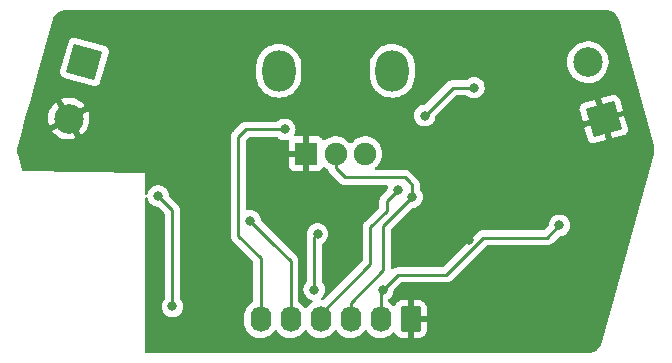
<source format=gbr>
%TF.GenerationSoftware,KiCad,Pcbnew,6.0.11-2627ca5db0~126~ubuntu22.04.1*%
%TF.CreationDate,2024-08-23T15:04:18+02:00*%
%TF.ProjectId,PowerMeTer,506f7765-724d-4655-9465-722e6b696361,rev?*%
%TF.SameCoordinates,Original*%
%TF.FileFunction,Copper,L2,Bot*%
%TF.FilePolarity,Positive*%
%FSLAX46Y46*%
G04 Gerber Fmt 4.6, Leading zero omitted, Abs format (unit mm)*
G04 Created by KiCad (PCBNEW 6.0.11-2627ca5db0~126~ubuntu22.04.1) date 2024-08-23 15:04:18*
%MOMM*%
%LPD*%
G01*
G04 APERTURE LIST*
G04 Aperture macros list*
%AMRoundRect*
0 Rectangle with rounded corners*
0 $1 Rounding radius*
0 $2 $3 $4 $5 $6 $7 $8 $9 X,Y pos of 4 corners*
0 Add a 4 corners polygon primitive as box body*
4,1,4,$2,$3,$4,$5,$6,$7,$8,$9,$2,$3,0*
0 Add four circle primitives for the rounded corners*
1,1,$1+$1,$2,$3*
1,1,$1+$1,$4,$5*
1,1,$1+$1,$6,$7*
1,1,$1+$1,$8,$9*
0 Add four rect primitives between the rounded corners*
20,1,$1+$1,$2,$3,$4,$5,0*
20,1,$1+$1,$4,$5,$6,$7,0*
20,1,$1+$1,$6,$7,$8,$9,0*
20,1,$1+$1,$8,$9,$2,$3,0*%
%AMRotRect*
0 Rectangle, with rotation*
0 The origin of the aperture is its center*
0 $1 length*
0 $2 width*
0 $3 Rotation angle, in degrees counterclockwise*
0 Add horizontal line*
21,1,$1,$2,0,0,$3*%
G04 Aperture macros list end*
%TA.AperFunction,ComponentPad*%
%ADD10RotRect,2.500000X2.500000X105.500000*%
%TD*%
%TA.AperFunction,ComponentPad*%
%ADD11C,2.500000*%
%TD*%
%TA.AperFunction,ComponentPad*%
%ADD12RoundRect,0.250000X0.620000X0.845000X-0.620000X0.845000X-0.620000X-0.845000X0.620000X-0.845000X0*%
%TD*%
%TA.AperFunction,ComponentPad*%
%ADD13O,1.740000X2.190000*%
%TD*%
%TA.AperFunction,ComponentPad*%
%ADD14O,2.800000X3.500000*%
%TD*%
%TA.AperFunction,ComponentPad*%
%ADD15R,1.900000X1.900000*%
%TD*%
%TA.AperFunction,ComponentPad*%
%ADD16C,1.900000*%
%TD*%
%TA.AperFunction,ComponentPad*%
%ADD17RotRect,2.500000X2.500000X254.500000*%
%TD*%
%TA.AperFunction,ViaPad*%
%ADD18C,0.800000*%
%TD*%
%TA.AperFunction,Conductor*%
%ADD19C,0.250000*%
%TD*%
G04 APERTURE END LIST*
D10*
%TO.P,J2,1,Pin_1*%
%TO.N,GND*%
X122697185Y-46500000D03*
D11*
%TO.P,J2,2,Pin_2*%
%TO.N,Net-(J2-Pad2)*%
X121360993Y-41681848D03*
%TD*%
D12*
%TO.P,J3,1,Pin_1*%
%TO.N,GND*%
X106350000Y-63430000D03*
D13*
%TO.P,J3,2,Pin_2*%
%TO.N,VCC*%
X103810000Y-63430000D03*
%TO.P,J3,3,Pin_3*%
%TO.N,CurrentControl*%
X101270000Y-63430000D03*
%TO.P,J3,4,Pin_4*%
%TO.N,CellCurrent*%
X98730000Y-63430000D03*
%TO.P,J3,5,Pin_5*%
%TO.N,CellVoltage*%
X96190000Y-63430000D03*
%TO.P,J3,6,Pin_6*%
%TO.N,ShuntCurrent*%
X93650000Y-63430000D03*
%TD*%
D14*
%TO.P,RV1,*%
%TO.N,*%
X104800000Y-42418000D03*
X95200000Y-42418000D03*
D15*
%TO.P,RV1,1,1*%
%TO.N,GND*%
X97500000Y-49418000D03*
D16*
%TO.P,RV1,2,2*%
%TO.N,CurrentControl*%
X100000000Y-49418000D03*
%TO.P,RV1,3,3*%
%TO.N,Net-(R13-Pad1)*%
X102500000Y-49418000D03*
%TD*%
D17*
%TO.P,J1,1,Pin_1*%
%TO.N,Net-(J1-Pad1)*%
X78740000Y-41640000D03*
D11*
%TO.P,J1,2,Pin_2*%
%TO.N,GND*%
X77403808Y-46458152D03*
%TD*%
D18*
%TO.N,GND*%
X103180000Y-53600000D03*
X111300000Y-56700000D03*
X112950000Y-48124500D03*
X90350000Y-47240000D03*
X100050000Y-45150000D03*
%TO.N,ShuntCurrent*%
X95700000Y-47371000D03*
X107550000Y-46200000D03*
X111715000Y-43845000D03*
%TO.N,CellCurrent*%
X105300000Y-52500000D03*
%TO.N,CellVoltage*%
X92792000Y-55118000D03*
%TO.N,VCC*%
X98200000Y-60930000D03*
X104010000Y-60960000D03*
X118950000Y-55500000D03*
X98480000Y-56220000D03*
%TO.N,CurrentControl*%
X106500000Y-53100000D03*
%TO.N,Net-(Q1-Pad3)*%
X84980000Y-53000000D03*
X86188000Y-62357000D03*
%TD*%
D19*
%TO.N,ShuntCurrent*%
X111715000Y-43845000D02*
X109905000Y-43845000D01*
X93650000Y-58250000D02*
X91776000Y-56376000D01*
X91776000Y-56376000D02*
X91776000Y-48006000D01*
X91776000Y-48006000D02*
X92411000Y-47371000D01*
X109905000Y-43845000D02*
X107550000Y-46200000D01*
X93650000Y-63430000D02*
X93650000Y-58250000D01*
X92411000Y-47371000D02*
X95700000Y-47371000D01*
%TO.N,CellCurrent*%
X102952000Y-58748000D02*
X102952000Y-55626000D01*
X104339000Y-54239000D02*
X104339000Y-53461000D01*
X102952000Y-55626000D02*
X104339000Y-54239000D01*
X98730000Y-63430000D02*
X98730000Y-62970000D01*
X104339000Y-53461000D02*
X105300000Y-52500000D01*
X98730000Y-62970000D02*
X102952000Y-58748000D01*
%TO.N,CellVoltage*%
X96190000Y-58516000D02*
X94662000Y-56988000D01*
X94662000Y-56988000D02*
X92792000Y-55118000D01*
X96190000Y-63430000D02*
X96190000Y-58516000D01*
%TO.N,VCC*%
X109429000Y-59690000D02*
X109040000Y-59690000D01*
X112500000Y-56550000D02*
X117900000Y-56550000D01*
X105280000Y-59690000D02*
X104010000Y-60960000D01*
X109360000Y-59690000D02*
X112500000Y-56550000D01*
X103810000Y-63430000D02*
X103810000Y-61160000D01*
X109040000Y-59690000D02*
X109360000Y-59690000D01*
X98200000Y-56500000D02*
X98200000Y-60930000D01*
X103810000Y-61160000D02*
X104010000Y-60960000D01*
X117900000Y-56550000D02*
X118950000Y-55500000D01*
X98480000Y-56220000D02*
X98200000Y-56500000D01*
X109040000Y-59690000D02*
X105280000Y-59690000D01*
%TO.N,CurrentControl*%
X106500000Y-53100000D02*
X106500000Y-52062000D01*
X104050000Y-59050000D02*
X104050000Y-56350000D01*
X104050000Y-55550000D02*
X106500000Y-53100000D01*
X100000000Y-49418000D02*
X100000000Y-50650000D01*
X100000000Y-50650000D02*
X100785000Y-51435000D01*
X104050000Y-56350000D02*
X104050000Y-55550000D01*
X106194000Y-51756000D02*
X105873000Y-51435000D01*
X101270000Y-62080000D02*
X104050000Y-59300000D01*
X105873000Y-51435000D02*
X100785000Y-51435000D01*
X104050000Y-59300000D02*
X104050000Y-59050000D01*
X106500000Y-52062000D02*
X106194000Y-51756000D01*
X101270000Y-63430000D02*
X101270000Y-62080000D01*
%TO.N,Net-(Q1-Pad3)*%
X86188000Y-62357000D02*
X86188000Y-54208000D01*
X86188000Y-54208000D02*
X84980000Y-53000000D01*
%TD*%
%TA.AperFunction,Conductor*%
%TO.N,GND*%
G36*
X123042580Y-37290461D02*
G01*
X123082813Y-37297057D01*
X123588030Y-37467292D01*
X123646197Y-37507999D01*
X123652024Y-37515897D01*
X123740245Y-37645773D01*
X123951675Y-37957031D01*
X123968806Y-37993953D01*
X126622507Y-47502353D01*
X126987947Y-48811750D01*
X126992585Y-48845621D01*
X126992585Y-49389175D01*
X126987950Y-49423033D01*
X123381365Y-62350435D01*
X122477575Y-65589971D01*
X122460412Y-65626949D01*
X122177074Y-66043742D01*
X122160309Y-66068403D01*
X122105470Y-66113494D01*
X122096216Y-66117011D01*
X121790035Y-66219805D01*
X121589834Y-66287018D01*
X121549732Y-66293570D01*
X100071072Y-66293570D01*
X84005435Y-66293463D01*
X83937315Y-66273461D01*
X83890822Y-66219805D01*
X83879437Y-66167875D01*
X83875737Y-65036248D01*
X83860287Y-60311787D01*
X83837072Y-53212556D01*
X83856851Y-53144370D01*
X83910354Y-53097702D01*
X83980595Y-53087369D01*
X84045272Y-53116650D01*
X84083850Y-53176251D01*
X84085844Y-53184084D01*
X84086458Y-53189928D01*
X84145473Y-53371556D01*
X84240960Y-53536944D01*
X84368747Y-53678866D01*
X84430048Y-53723404D01*
X84506385Y-53778866D01*
X84523248Y-53791118D01*
X84529276Y-53793802D01*
X84529278Y-53793803D01*
X84666040Y-53854693D01*
X84697712Y-53868794D01*
X84784479Y-53887237D01*
X84878056Y-53907128D01*
X84878061Y-53907128D01*
X84884513Y-53908500D01*
X84940405Y-53908500D01*
X85008526Y-53928502D01*
X85029501Y-53945405D01*
X85517596Y-54433501D01*
X85551621Y-54495813D01*
X85554500Y-54522596D01*
X85554500Y-61654476D01*
X85534498Y-61722597D01*
X85522142Y-61738779D01*
X85448960Y-61820056D01*
X85407979Y-61891037D01*
X85360005Y-61974131D01*
X85353473Y-61985444D01*
X85294458Y-62167072D01*
X85293768Y-62173633D01*
X85293768Y-62173635D01*
X85284567Y-62261183D01*
X85274496Y-62357000D01*
X85275186Y-62363565D01*
X85293510Y-62537905D01*
X85294458Y-62546928D01*
X85353473Y-62728556D01*
X85356776Y-62734278D01*
X85356777Y-62734279D01*
X85390686Y-62793010D01*
X85448960Y-62893944D01*
X85576747Y-63035866D01*
X85731248Y-63148118D01*
X85737276Y-63150802D01*
X85737278Y-63150803D01*
X85790119Y-63174329D01*
X85905712Y-63225794D01*
X85999113Y-63245647D01*
X86086056Y-63264128D01*
X86086061Y-63264128D01*
X86092513Y-63265500D01*
X86283487Y-63265500D01*
X86289939Y-63264128D01*
X86289944Y-63264128D01*
X86376887Y-63245647D01*
X86470288Y-63225794D01*
X86585881Y-63174329D01*
X86638722Y-63150803D01*
X86638724Y-63150802D01*
X86644752Y-63148118D01*
X86799253Y-63035866D01*
X86927040Y-62893944D01*
X86985314Y-62793010D01*
X87019223Y-62734279D01*
X87019224Y-62734278D01*
X87022527Y-62728556D01*
X87081542Y-62546928D01*
X87082491Y-62537905D01*
X87100814Y-62363565D01*
X87101504Y-62357000D01*
X87091433Y-62261183D01*
X87082232Y-62173635D01*
X87082232Y-62173633D01*
X87081542Y-62167072D01*
X87022527Y-61985444D01*
X87015996Y-61974131D01*
X86968021Y-61891037D01*
X86927040Y-61820056D01*
X86853863Y-61738785D01*
X86823147Y-61674779D01*
X86821500Y-61654476D01*
X86821500Y-54286767D01*
X86822027Y-54275584D01*
X86823702Y-54268091D01*
X86823109Y-54249206D01*
X86821562Y-54200014D01*
X86821500Y-54196055D01*
X86821500Y-54168144D01*
X86820995Y-54164144D01*
X86820062Y-54152301D01*
X86818922Y-54116030D01*
X86818673Y-54108111D01*
X86813021Y-54088657D01*
X86809013Y-54069300D01*
X86807468Y-54057070D01*
X86807468Y-54057069D01*
X86806474Y-54049203D01*
X86803555Y-54041830D01*
X86790196Y-54008088D01*
X86786351Y-53996858D01*
X86776229Y-53962017D01*
X86776229Y-53962016D01*
X86774018Y-53954407D01*
X86769985Y-53947588D01*
X86769983Y-53947583D01*
X86763707Y-53936972D01*
X86755012Y-53919224D01*
X86747552Y-53900383D01*
X86742772Y-53893803D01*
X86721564Y-53864613D01*
X86715048Y-53854693D01*
X86696580Y-53823465D01*
X86696578Y-53823462D01*
X86692542Y-53816638D01*
X86678221Y-53802317D01*
X86665380Y-53787283D01*
X86662086Y-53782749D01*
X86653472Y-53770893D01*
X86619395Y-53742702D01*
X86610616Y-53734712D01*
X85927122Y-53051218D01*
X85893096Y-52988906D01*
X85890907Y-52975293D01*
X85889678Y-52963593D01*
X85879869Y-52870271D01*
X85874232Y-52816635D01*
X85874232Y-52816633D01*
X85873542Y-52810072D01*
X85814527Y-52628444D01*
X85719040Y-52463056D01*
X85703541Y-52445842D01*
X85595675Y-52326045D01*
X85595674Y-52326044D01*
X85591253Y-52321134D01*
X85436752Y-52208882D01*
X85430724Y-52206198D01*
X85430722Y-52206197D01*
X85268319Y-52133891D01*
X85268318Y-52133891D01*
X85262288Y-52131206D01*
X85168887Y-52111353D01*
X85081944Y-52092872D01*
X85081939Y-52092872D01*
X85075487Y-52091500D01*
X84884513Y-52091500D01*
X84878061Y-52092872D01*
X84878056Y-52092872D01*
X84791112Y-52111353D01*
X84697712Y-52131206D01*
X84691682Y-52133891D01*
X84691681Y-52133891D01*
X84529278Y-52206197D01*
X84529276Y-52206198D01*
X84523248Y-52208882D01*
X84368747Y-52321134D01*
X84364326Y-52326044D01*
X84364325Y-52326045D01*
X84256460Y-52445842D01*
X84240960Y-52463056D01*
X84145473Y-52628444D01*
X84086458Y-52810072D01*
X84085768Y-52816635D01*
X84084950Y-52820485D01*
X84051221Y-52882957D01*
X83989070Y-52917277D01*
X83918231Y-52912548D01*
X83861195Y-52870271D01*
X83836069Y-52803869D01*
X83835705Y-52794697D01*
X83834967Y-52568774D01*
X83830000Y-51050000D01*
X83817026Y-51049809D01*
X83817024Y-51049809D01*
X73580823Y-50899415D01*
X73513003Y-50878415D01*
X73467304Y-50824082D01*
X73461309Y-50807288D01*
X73075081Y-49422888D01*
X73070446Y-49389029D01*
X73070446Y-48845428D01*
X73075078Y-48811577D01*
X73430447Y-47537456D01*
X76020226Y-47537456D01*
X76025044Y-47550104D01*
X76070515Y-47610998D01*
X76076620Y-47618022D01*
X76255561Y-47795407D01*
X76262645Y-47801457D01*
X76465826Y-47950436D01*
X76473736Y-47955379D01*
X76696698Y-48072685D01*
X76705261Y-48076408D01*
X76943112Y-48159470D01*
X76952121Y-48161884D01*
X77199650Y-48208879D01*
X77208906Y-48209933D01*
X77460665Y-48219825D01*
X77469979Y-48219499D01*
X77720423Y-48192072D01*
X77729600Y-48190371D01*
X77973244Y-48126224D01*
X77982057Y-48123190D01*
X78023292Y-48105473D01*
X78034698Y-48096033D01*
X78031549Y-48083496D01*
X77976356Y-47985943D01*
X91137780Y-47985943D01*
X91138526Y-47993835D01*
X91141941Y-48029961D01*
X91142500Y-48041819D01*
X91142500Y-56297233D01*
X91141973Y-56308416D01*
X91140298Y-56315909D01*
X91140547Y-56323835D01*
X91140547Y-56323836D01*
X91142438Y-56383986D01*
X91142500Y-56387945D01*
X91142500Y-56415856D01*
X91142997Y-56419790D01*
X91142997Y-56419791D01*
X91143005Y-56419856D01*
X91143938Y-56431693D01*
X91145327Y-56475889D01*
X91148798Y-56487835D01*
X91150978Y-56495339D01*
X91154987Y-56514700D01*
X91157526Y-56534797D01*
X91160445Y-56542168D01*
X91160445Y-56542170D01*
X91173804Y-56575912D01*
X91177649Y-56587142D01*
X91180594Y-56597279D01*
X91189982Y-56629593D01*
X91194015Y-56636412D01*
X91194017Y-56636417D01*
X91200293Y-56647028D01*
X91208988Y-56664776D01*
X91216448Y-56683617D01*
X91221110Y-56690033D01*
X91221110Y-56690034D01*
X91242436Y-56719387D01*
X91248952Y-56729307D01*
X91265297Y-56756944D01*
X91271458Y-56767362D01*
X91285779Y-56781683D01*
X91298619Y-56796716D01*
X91310528Y-56813107D01*
X91316634Y-56818158D01*
X91344605Y-56841298D01*
X91353384Y-56849288D01*
X92979595Y-58475499D01*
X93013621Y-58537811D01*
X93016500Y-58564594D01*
X93016500Y-61906010D01*
X92996498Y-61974131D01*
X92955865Y-62013729D01*
X92839420Y-62084389D01*
X92839416Y-62084392D01*
X92834856Y-62087159D01*
X92658166Y-62240483D01*
X92509835Y-62421386D01*
X92394104Y-62624695D01*
X92314284Y-62844596D01*
X92272656Y-63074803D01*
X92271500Y-63099316D01*
X92271500Y-63713738D01*
X92286295Y-63888102D01*
X92345067Y-64114540D01*
X92347259Y-64119406D01*
X92347260Y-64119409D01*
X92413864Y-64267264D01*
X92441150Y-64327837D01*
X92444134Y-64332270D01*
X92444135Y-64332271D01*
X92457537Y-64352178D01*
X92571798Y-64521896D01*
X92733276Y-64691168D01*
X92920965Y-64830813D01*
X92925716Y-64833229D01*
X92925720Y-64833231D01*
X93040197Y-64891434D01*
X93129500Y-64936838D01*
X93352917Y-65006210D01*
X93358204Y-65006911D01*
X93358205Y-65006911D01*
X93579545Y-65036248D01*
X93579549Y-65036248D01*
X93584829Y-65036948D01*
X93590158Y-65036748D01*
X93590160Y-65036748D01*
X93701717Y-65032560D01*
X93818604Y-65028172D01*
X93930813Y-65004628D01*
X94042332Y-64981229D01*
X94042335Y-64981228D01*
X94047559Y-64980132D01*
X94265146Y-64894203D01*
X94374860Y-64827627D01*
X94460583Y-64775609D01*
X94460586Y-64775607D01*
X94465144Y-64772841D01*
X94641834Y-64619517D01*
X94790165Y-64438614D01*
X94792801Y-64433984D01*
X94792804Y-64433979D01*
X94811301Y-64401484D01*
X94862384Y-64352178D01*
X94932015Y-64338317D01*
X94998085Y-64364301D01*
X95025323Y-64393450D01*
X95052049Y-64433148D01*
X95111798Y-64521896D01*
X95273276Y-64691168D01*
X95460965Y-64830813D01*
X95465716Y-64833229D01*
X95465720Y-64833231D01*
X95580197Y-64891434D01*
X95669500Y-64936838D01*
X95892917Y-65006210D01*
X95898204Y-65006911D01*
X95898205Y-65006911D01*
X96119545Y-65036248D01*
X96119549Y-65036248D01*
X96124829Y-65036948D01*
X96130158Y-65036748D01*
X96130160Y-65036748D01*
X96241717Y-65032560D01*
X96358604Y-65028172D01*
X96470813Y-65004628D01*
X96582332Y-64981229D01*
X96582335Y-64981228D01*
X96587559Y-64980132D01*
X96805146Y-64894203D01*
X96914860Y-64827627D01*
X97000583Y-64775609D01*
X97000586Y-64775607D01*
X97005144Y-64772841D01*
X97181834Y-64619517D01*
X97330165Y-64438614D01*
X97332801Y-64433984D01*
X97332804Y-64433979D01*
X97351301Y-64401484D01*
X97402384Y-64352178D01*
X97472015Y-64338317D01*
X97538085Y-64364301D01*
X97565323Y-64393450D01*
X97592049Y-64433148D01*
X97651798Y-64521896D01*
X97813276Y-64691168D01*
X98000965Y-64830813D01*
X98005716Y-64833229D01*
X98005720Y-64833231D01*
X98120197Y-64891434D01*
X98209500Y-64936838D01*
X98432917Y-65006210D01*
X98438204Y-65006911D01*
X98438205Y-65006911D01*
X98659545Y-65036248D01*
X98659549Y-65036248D01*
X98664829Y-65036948D01*
X98670158Y-65036748D01*
X98670160Y-65036748D01*
X98781717Y-65032560D01*
X98898604Y-65028172D01*
X99010813Y-65004628D01*
X99122332Y-64981229D01*
X99122335Y-64981228D01*
X99127559Y-64980132D01*
X99345146Y-64894203D01*
X99454860Y-64827627D01*
X99540583Y-64775609D01*
X99540586Y-64775607D01*
X99545144Y-64772841D01*
X99721834Y-64619517D01*
X99870165Y-64438614D01*
X99872801Y-64433984D01*
X99872804Y-64433979D01*
X99891301Y-64401484D01*
X99942384Y-64352178D01*
X100012015Y-64338317D01*
X100078085Y-64364301D01*
X100105323Y-64393450D01*
X100132049Y-64433148D01*
X100191798Y-64521896D01*
X100353276Y-64691168D01*
X100540965Y-64830813D01*
X100545716Y-64833229D01*
X100545720Y-64833231D01*
X100660197Y-64891434D01*
X100749500Y-64936838D01*
X100972917Y-65006210D01*
X100978204Y-65006911D01*
X100978205Y-65006911D01*
X101199545Y-65036248D01*
X101199549Y-65036248D01*
X101204829Y-65036948D01*
X101210158Y-65036748D01*
X101210160Y-65036748D01*
X101321717Y-65032560D01*
X101438604Y-65028172D01*
X101550813Y-65004628D01*
X101662332Y-64981229D01*
X101662335Y-64981228D01*
X101667559Y-64980132D01*
X101885146Y-64894203D01*
X101994860Y-64827627D01*
X102080583Y-64775609D01*
X102080586Y-64775607D01*
X102085144Y-64772841D01*
X102261834Y-64619517D01*
X102410165Y-64438614D01*
X102412801Y-64433984D01*
X102412804Y-64433979D01*
X102431301Y-64401484D01*
X102482384Y-64352178D01*
X102552015Y-64338317D01*
X102618085Y-64364301D01*
X102645323Y-64393450D01*
X102672049Y-64433148D01*
X102731798Y-64521896D01*
X102893276Y-64691168D01*
X103080965Y-64830813D01*
X103085716Y-64833229D01*
X103085720Y-64833231D01*
X103200197Y-64891434D01*
X103289500Y-64936838D01*
X103512917Y-65006210D01*
X103518204Y-65006911D01*
X103518205Y-65006911D01*
X103739545Y-65036248D01*
X103739549Y-65036248D01*
X103744829Y-65036948D01*
X103750158Y-65036748D01*
X103750160Y-65036748D01*
X103861717Y-65032560D01*
X103978604Y-65028172D01*
X104090813Y-65004628D01*
X104202332Y-64981229D01*
X104202335Y-64981228D01*
X104207559Y-64980132D01*
X104425146Y-64894203D01*
X104534860Y-64827627D01*
X104620583Y-64775609D01*
X104620586Y-64775607D01*
X104625144Y-64772841D01*
X104801834Y-64619517D01*
X104832761Y-64581799D01*
X104891421Y-64541804D01*
X104962391Y-64539873D01*
X105023139Y-64576617D01*
X105038220Y-64599157D01*
X105038906Y-64598732D01*
X105128063Y-64742807D01*
X105137099Y-64754208D01*
X105251829Y-64868739D01*
X105263240Y-64877751D01*
X105401243Y-64962816D01*
X105414424Y-64968963D01*
X105568710Y-65020138D01*
X105582086Y-65023005D01*
X105676438Y-65032672D01*
X105682854Y-65033000D01*
X106077885Y-65033000D01*
X106093124Y-65028525D01*
X106094329Y-65027135D01*
X106096000Y-65019452D01*
X106096000Y-65014884D01*
X106604000Y-65014884D01*
X106608475Y-65030123D01*
X106609865Y-65031328D01*
X106617548Y-65032999D01*
X107017095Y-65032999D01*
X107023614Y-65032662D01*
X107119206Y-65022743D01*
X107132600Y-65019851D01*
X107286784Y-64968412D01*
X107299962Y-64962239D01*
X107437807Y-64876937D01*
X107449208Y-64867901D01*
X107563739Y-64753171D01*
X107572751Y-64741760D01*
X107657816Y-64603757D01*
X107663963Y-64590576D01*
X107715138Y-64436290D01*
X107718005Y-64422914D01*
X107727672Y-64328562D01*
X107728000Y-64322146D01*
X107728000Y-63702115D01*
X107723525Y-63686876D01*
X107722135Y-63685671D01*
X107714452Y-63684000D01*
X106622115Y-63684000D01*
X106606876Y-63688475D01*
X106605671Y-63689865D01*
X106604000Y-63697548D01*
X106604000Y-65014884D01*
X106096000Y-65014884D01*
X106096000Y-63157885D01*
X106604000Y-63157885D01*
X106608475Y-63173124D01*
X106609865Y-63174329D01*
X106617548Y-63176000D01*
X107709884Y-63176000D01*
X107725123Y-63171525D01*
X107726328Y-63170135D01*
X107727999Y-63162452D01*
X107727999Y-62537905D01*
X107727662Y-62531386D01*
X107717743Y-62435794D01*
X107714851Y-62422400D01*
X107663412Y-62268216D01*
X107657239Y-62255038D01*
X107571937Y-62117193D01*
X107562901Y-62105792D01*
X107448171Y-61991261D01*
X107436760Y-61982249D01*
X107298757Y-61897184D01*
X107285576Y-61891037D01*
X107131290Y-61839862D01*
X107117914Y-61836995D01*
X107023562Y-61827328D01*
X107017145Y-61827000D01*
X106622115Y-61827000D01*
X106606876Y-61831475D01*
X106605671Y-61832865D01*
X106604000Y-61840548D01*
X106604000Y-63157885D01*
X106096000Y-63157885D01*
X106096000Y-61845116D01*
X106091525Y-61829877D01*
X106090135Y-61828672D01*
X106082452Y-61827001D01*
X105682905Y-61827001D01*
X105676386Y-61827338D01*
X105580794Y-61837257D01*
X105567400Y-61840149D01*
X105413216Y-61891588D01*
X105400038Y-61897761D01*
X105262193Y-61983063D01*
X105250792Y-61992099D01*
X105136261Y-62106829D01*
X105127249Y-62118240D01*
X105038342Y-62262475D01*
X105036245Y-62261183D01*
X104997044Y-62305692D01*
X104928764Y-62325144D01*
X104860807Y-62304593D01*
X104838614Y-62286122D01*
X104726724Y-62168832D01*
X104657319Y-62117193D01*
X104543323Y-62032377D01*
X104543320Y-62032375D01*
X104539035Y-62029187D01*
X104512392Y-62015641D01*
X104460736Y-61966938D01*
X104443500Y-61903326D01*
X104443500Y-61832212D01*
X104463502Y-61764091D01*
X104495439Y-61730276D01*
X104572752Y-61674104D01*
X104621253Y-61638866D01*
X104749040Y-61496944D01*
X104844527Y-61331556D01*
X104903542Y-61149928D01*
X104920907Y-60984706D01*
X104947920Y-60919050D01*
X104957122Y-60908782D01*
X105505499Y-60360405D01*
X105567811Y-60326379D01*
X105594594Y-60323500D01*
X109281233Y-60323500D01*
X109292416Y-60324027D01*
X109299909Y-60325702D01*
X109307835Y-60325453D01*
X109307836Y-60325453D01*
X109367986Y-60323562D01*
X109371945Y-60323500D01*
X109468856Y-60323500D01*
X109525568Y-60316335D01*
X109579932Y-60309468D01*
X109579935Y-60309467D01*
X109587797Y-60308474D01*
X109736617Y-60249552D01*
X109866107Y-60155472D01*
X109968133Y-60032144D01*
X110007098Y-59949340D01*
X110032010Y-59913894D01*
X112725499Y-57220405D01*
X112787811Y-57186379D01*
X112814594Y-57183500D01*
X117821233Y-57183500D01*
X117832416Y-57184027D01*
X117839909Y-57185702D01*
X117847835Y-57185453D01*
X117847836Y-57185453D01*
X117907986Y-57183562D01*
X117911945Y-57183500D01*
X117939856Y-57183500D01*
X117943791Y-57183003D01*
X117943856Y-57182995D01*
X117955693Y-57182062D01*
X117987951Y-57181048D01*
X117991970Y-57180922D01*
X117999889Y-57180673D01*
X118019343Y-57175021D01*
X118038700Y-57171013D01*
X118050930Y-57169468D01*
X118050931Y-57169468D01*
X118058797Y-57168474D01*
X118066168Y-57165555D01*
X118066170Y-57165555D01*
X118099912Y-57152196D01*
X118111142Y-57148351D01*
X118145983Y-57138229D01*
X118145984Y-57138229D01*
X118153593Y-57136018D01*
X118160412Y-57131985D01*
X118160417Y-57131983D01*
X118171028Y-57125707D01*
X118188776Y-57117012D01*
X118207617Y-57109552D01*
X118243387Y-57083564D01*
X118253307Y-57077048D01*
X118284535Y-57058580D01*
X118284538Y-57058578D01*
X118291362Y-57054542D01*
X118305683Y-57040221D01*
X118320717Y-57027380D01*
X118330694Y-57020131D01*
X118337107Y-57015472D01*
X118365298Y-56981395D01*
X118373288Y-56972616D01*
X118900499Y-56445405D01*
X118962811Y-56411379D01*
X118989594Y-56408500D01*
X119045487Y-56408500D01*
X119051939Y-56407128D01*
X119051944Y-56407128D01*
X119151538Y-56385958D01*
X119232288Y-56368794D01*
X119238319Y-56366109D01*
X119400722Y-56293803D01*
X119400724Y-56293802D01*
X119406752Y-56291118D01*
X119561253Y-56178866D01*
X119638414Y-56093170D01*
X119684621Y-56041852D01*
X119684622Y-56041851D01*
X119689040Y-56036944D01*
X119784527Y-55871556D01*
X119843542Y-55689928D01*
X119846497Y-55661819D01*
X119862814Y-55506565D01*
X119863504Y-55500000D01*
X119852848Y-55398616D01*
X119844232Y-55316635D01*
X119844232Y-55316633D01*
X119843542Y-55310072D01*
X119784527Y-55128444D01*
X119781008Y-55122348D01*
X119692341Y-54968774D01*
X119689040Y-54963056D01*
X119561253Y-54821134D01*
X119458451Y-54746444D01*
X119412094Y-54712763D01*
X119412093Y-54712762D01*
X119406752Y-54708882D01*
X119400724Y-54706198D01*
X119400722Y-54706197D01*
X119238319Y-54633891D01*
X119238318Y-54633891D01*
X119232288Y-54631206D01*
X119138888Y-54611353D01*
X119051944Y-54592872D01*
X119051939Y-54592872D01*
X119045487Y-54591500D01*
X118854513Y-54591500D01*
X118848061Y-54592872D01*
X118848056Y-54592872D01*
X118761113Y-54611353D01*
X118667712Y-54631206D01*
X118661682Y-54633891D01*
X118661681Y-54633891D01*
X118499278Y-54706197D01*
X118499276Y-54706198D01*
X118493248Y-54708882D01*
X118487907Y-54712762D01*
X118487906Y-54712763D01*
X118441549Y-54746444D01*
X118338747Y-54821134D01*
X118210960Y-54963056D01*
X118207659Y-54968774D01*
X118118993Y-55122348D01*
X118115473Y-55128444D01*
X118056458Y-55310072D01*
X118055768Y-55316633D01*
X118055768Y-55316635D01*
X118039093Y-55475292D01*
X118012080Y-55540949D01*
X118002878Y-55551217D01*
X117674500Y-55879595D01*
X117612188Y-55913621D01*
X117585405Y-55916500D01*
X112578768Y-55916500D01*
X112567585Y-55915973D01*
X112560092Y-55914298D01*
X112552166Y-55914547D01*
X112552165Y-55914547D01*
X112492002Y-55916438D01*
X112488044Y-55916500D01*
X112460144Y-55916500D01*
X112456154Y-55917004D01*
X112444320Y-55917936D01*
X112400111Y-55919326D01*
X112392495Y-55921539D01*
X112392493Y-55921539D01*
X112380652Y-55924979D01*
X112361293Y-55928988D01*
X112359983Y-55929154D01*
X112341203Y-55931526D01*
X112333837Y-55934442D01*
X112333831Y-55934444D01*
X112300098Y-55947800D01*
X112288868Y-55951645D01*
X112254017Y-55961770D01*
X112246407Y-55963981D01*
X112239584Y-55968016D01*
X112228966Y-55974295D01*
X112211213Y-55982992D01*
X112203568Y-55986019D01*
X112192383Y-55990448D01*
X112185968Y-55995109D01*
X112156612Y-56016437D01*
X112146695Y-56022951D01*
X112108638Y-56045458D01*
X112094317Y-56059779D01*
X112079284Y-56072619D01*
X112062893Y-56084528D01*
X112057842Y-56090634D01*
X112034702Y-56118605D01*
X112026712Y-56127384D01*
X109134500Y-59019595D01*
X109072188Y-59053621D01*
X109045405Y-59056500D01*
X105358767Y-59056500D01*
X105347584Y-59055973D01*
X105340091Y-59054298D01*
X105332165Y-59054547D01*
X105332164Y-59054547D01*
X105272014Y-59056438D01*
X105268055Y-59056500D01*
X105240144Y-59056500D01*
X105236210Y-59056997D01*
X105236209Y-59056997D01*
X105236144Y-59057005D01*
X105224307Y-59057938D01*
X105192490Y-59058938D01*
X105188029Y-59059078D01*
X105180110Y-59059327D01*
X105162454Y-59064456D01*
X105160658Y-59064978D01*
X105141306Y-59068986D01*
X105134235Y-59069880D01*
X105121203Y-59071526D01*
X105113834Y-59074443D01*
X105113832Y-59074444D01*
X105080097Y-59087800D01*
X105068869Y-59091645D01*
X105026407Y-59103982D01*
X105019585Y-59108016D01*
X105019579Y-59108019D01*
X105008968Y-59114294D01*
X104991218Y-59122990D01*
X104979756Y-59127528D01*
X104979751Y-59127531D01*
X104972383Y-59130448D01*
X104965968Y-59135109D01*
X104936625Y-59156427D01*
X104926707Y-59162943D01*
X104895458Y-59181424D01*
X104888637Y-59185458D01*
X104885363Y-59188732D01*
X104820643Y-59214144D01*
X104751020Y-59200245D01*
X104699964Y-59150911D01*
X104683500Y-59088638D01*
X104683500Y-55864594D01*
X104703502Y-55796473D01*
X104720405Y-55775499D01*
X106450499Y-54045405D01*
X106512811Y-54011379D01*
X106539594Y-54008500D01*
X106595487Y-54008500D01*
X106601939Y-54007128D01*
X106601944Y-54007128D01*
X106688888Y-53988647D01*
X106782288Y-53968794D01*
X106788319Y-53966109D01*
X106950722Y-53893803D01*
X106950724Y-53893802D01*
X106956752Y-53891118D01*
X107111253Y-53778866D01*
X107147218Y-53738923D01*
X107234621Y-53641852D01*
X107234622Y-53641851D01*
X107239040Y-53636944D01*
X107334527Y-53471556D01*
X107393542Y-53289928D01*
X107394286Y-53282855D01*
X107412814Y-53106565D01*
X107413504Y-53100000D01*
X107393542Y-52910072D01*
X107334527Y-52728444D01*
X107239040Y-52563056D01*
X107165863Y-52481785D01*
X107135147Y-52417779D01*
X107133500Y-52397476D01*
X107133500Y-52140763D01*
X107134027Y-52129579D01*
X107135701Y-52122091D01*
X107133562Y-52054032D01*
X107133500Y-52050075D01*
X107133500Y-52022144D01*
X107132994Y-52018138D01*
X107132061Y-52006292D01*
X107131932Y-52002167D01*
X107130673Y-51962110D01*
X107125022Y-51942658D01*
X107121014Y-51923306D01*
X107119467Y-51911063D01*
X107118474Y-51903203D01*
X107113806Y-51891413D01*
X107102200Y-51862097D01*
X107098355Y-51850870D01*
X107093307Y-51833495D01*
X107086018Y-51808407D01*
X107081984Y-51801585D01*
X107081981Y-51801579D01*
X107075706Y-51790968D01*
X107067010Y-51773218D01*
X107062472Y-51761756D01*
X107062469Y-51761751D01*
X107059552Y-51754383D01*
X107033573Y-51718625D01*
X107027057Y-51708707D01*
X107008575Y-51677457D01*
X107004542Y-51670637D01*
X106990218Y-51656313D01*
X106977376Y-51641278D01*
X106965472Y-51624893D01*
X106931406Y-51596711D01*
X106922627Y-51588722D01*
X106376647Y-51042742D01*
X106369113Y-51034463D01*
X106365000Y-51027982D01*
X106315347Y-50981355D01*
X106312506Y-50978601D01*
X106292770Y-50958865D01*
X106289573Y-50956385D01*
X106280551Y-50948680D01*
X106270016Y-50938787D01*
X106248321Y-50918414D01*
X106241375Y-50914595D01*
X106241372Y-50914593D01*
X106230566Y-50908652D01*
X106214047Y-50897801D01*
X106211703Y-50895983D01*
X106198041Y-50885386D01*
X106190772Y-50882241D01*
X106190768Y-50882238D01*
X106157463Y-50867826D01*
X106146813Y-50862609D01*
X106108060Y-50841305D01*
X106088437Y-50836267D01*
X106069734Y-50829863D01*
X106058420Y-50824967D01*
X106058419Y-50824967D01*
X106051145Y-50821819D01*
X106043322Y-50820580D01*
X106043312Y-50820577D01*
X106007476Y-50814901D01*
X105995856Y-50812495D01*
X105960711Y-50803472D01*
X105960710Y-50803472D01*
X105953030Y-50801500D01*
X105932776Y-50801500D01*
X105913065Y-50799949D01*
X105900886Y-50798020D01*
X105893057Y-50796780D01*
X105885165Y-50797526D01*
X105849039Y-50800941D01*
X105837181Y-50801500D01*
X103465774Y-50801500D01*
X103397653Y-50781498D01*
X103351160Y-50727842D01*
X103341056Y-50657568D01*
X103370550Y-50592988D01*
X103392606Y-50572921D01*
X103423962Y-50550555D01*
X103444627Y-50535815D01*
X103614511Y-50366523D01*
X103754463Y-50171758D01*
X103860727Y-49956750D01*
X103930447Y-49727274D01*
X103961752Y-49489492D01*
X103962394Y-49463221D01*
X103963417Y-49421365D01*
X103963417Y-49421361D01*
X103963499Y-49418000D01*
X103957001Y-49338970D01*
X103944271Y-49184124D01*
X103944270Y-49184118D01*
X103943847Y-49178973D01*
X103885420Y-48946364D01*
X103883364Y-48941634D01*
X103883361Y-48941627D01*
X103791847Y-48731159D01*
X103791845Y-48731156D01*
X103789787Y-48726422D01*
X103764010Y-48686576D01*
X103662325Y-48529396D01*
X103662323Y-48529393D01*
X103659515Y-48525053D01*
X103637864Y-48501258D01*
X103501582Y-48351487D01*
X103501576Y-48351481D01*
X103498104Y-48347665D01*
X103494053Y-48344466D01*
X103494049Y-48344462D01*
X103313946Y-48202226D01*
X103309888Y-48199021D01*
X103099922Y-48083113D01*
X102966526Y-48035875D01*
X102878720Y-48004781D01*
X102878716Y-48004780D01*
X102873845Y-48003055D01*
X102868752Y-48002148D01*
X102868749Y-48002147D01*
X102642816Y-47961902D01*
X102642810Y-47961901D01*
X102637727Y-47960996D01*
X102550460Y-47959930D01*
X102403081Y-47958129D01*
X102403079Y-47958129D01*
X102397911Y-47958066D01*
X102160837Y-47994343D01*
X101932871Y-48068854D01*
X101928279Y-48071244D01*
X101928280Y-48071244D01*
X101758800Y-48159470D01*
X101720136Y-48179597D01*
X101716003Y-48182700D01*
X101716000Y-48182702D01*
X101559231Y-48300408D01*
X101528345Y-48323598D01*
X101362648Y-48496990D01*
X101354577Y-48508822D01*
X101299666Y-48553823D01*
X101229141Y-48561994D01*
X101165394Y-48530739D01*
X101157313Y-48522633D01*
X100998104Y-48347665D01*
X100994053Y-48344466D01*
X100994049Y-48344462D01*
X100813946Y-48202226D01*
X100809888Y-48199021D01*
X100599922Y-48083113D01*
X100466526Y-48035875D01*
X100378720Y-48004781D01*
X100378716Y-48004780D01*
X100373845Y-48003055D01*
X100368752Y-48002148D01*
X100368749Y-48002147D01*
X100142816Y-47961902D01*
X100142810Y-47961901D01*
X100137727Y-47960996D01*
X100050460Y-47959930D01*
X99903081Y-47958129D01*
X99903079Y-47958129D01*
X99897911Y-47958066D01*
X99660837Y-47994343D01*
X99432871Y-48068854D01*
X99428279Y-48071244D01*
X99428280Y-48071244D01*
X99258800Y-48159470D01*
X99220136Y-48179597D01*
X99216003Y-48182700D01*
X99216000Y-48182702D01*
X99092402Y-48275502D01*
X99025917Y-48300408D01*
X98956521Y-48285416D01*
X98906229Y-48235251D01*
X98894788Y-48214354D01*
X98818285Y-48112276D01*
X98805724Y-48099715D01*
X98703649Y-48023214D01*
X98688054Y-48014676D01*
X98567606Y-47969522D01*
X98552351Y-47965895D01*
X98501486Y-47960369D01*
X98494672Y-47960000D01*
X97772115Y-47960000D01*
X97756876Y-47964475D01*
X97755671Y-47965865D01*
X97754000Y-47973548D01*
X97754000Y-50857884D01*
X97758475Y-50873123D01*
X97759865Y-50874328D01*
X97767548Y-50875999D01*
X98494669Y-50875999D01*
X98501490Y-50875629D01*
X98552352Y-50870105D01*
X98567604Y-50866479D01*
X98688054Y-50821324D01*
X98703649Y-50812786D01*
X98805724Y-50736285D01*
X98818285Y-50723724D01*
X98894788Y-50621646D01*
X98906255Y-50600701D01*
X98956513Y-50550555D01*
X99025904Y-50535541D01*
X99097259Y-50564266D01*
X99160571Y-50616828D01*
X99313818Y-50706378D01*
X99319304Y-50709584D01*
X99368028Y-50761223D01*
X99377926Y-50793420D01*
X99378562Y-50793257D01*
X99380532Y-50800930D01*
X99381526Y-50808797D01*
X99384445Y-50816168D01*
X99384445Y-50816170D01*
X99397804Y-50849912D01*
X99401649Y-50861142D01*
X99410103Y-50890242D01*
X99413982Y-50903593D01*
X99418015Y-50910412D01*
X99418017Y-50910417D01*
X99424293Y-50921028D01*
X99432988Y-50938776D01*
X99440448Y-50957617D01*
X99445110Y-50964033D01*
X99445110Y-50964034D01*
X99466436Y-50993387D01*
X99472952Y-51003307D01*
X99491083Y-51033964D01*
X99495458Y-51041362D01*
X99509779Y-51055683D01*
X99522619Y-51070716D01*
X99534528Y-51087107D01*
X99540634Y-51092158D01*
X99568605Y-51115298D01*
X99577384Y-51123288D01*
X100281343Y-51827247D01*
X100288887Y-51835537D01*
X100293000Y-51842018D01*
X100298777Y-51847443D01*
X100342667Y-51888658D01*
X100345509Y-51891413D01*
X100365231Y-51911135D01*
X100368355Y-51913558D01*
X100368359Y-51913562D01*
X100368424Y-51913612D01*
X100377445Y-51921317D01*
X100409679Y-51951586D01*
X100416627Y-51955405D01*
X100416629Y-51955407D01*
X100427432Y-51961346D01*
X100443959Y-51972202D01*
X100453698Y-51979757D01*
X100453700Y-51979758D01*
X100459960Y-51984614D01*
X100500540Y-52002174D01*
X100511188Y-52007391D01*
X100538024Y-52022144D01*
X100549940Y-52028695D01*
X100557616Y-52030666D01*
X100557619Y-52030667D01*
X100569562Y-52033733D01*
X100588267Y-52040137D01*
X100606855Y-52048181D01*
X100614678Y-52049420D01*
X100614688Y-52049423D01*
X100650524Y-52055099D01*
X100662144Y-52057505D01*
X100697289Y-52066528D01*
X100704970Y-52068500D01*
X100725224Y-52068500D01*
X100744934Y-52070051D01*
X100764943Y-52073220D01*
X100772835Y-52072474D01*
X100808961Y-52069059D01*
X100820819Y-52068500D01*
X104311526Y-52068500D01*
X104379647Y-52088502D01*
X104426140Y-52142158D01*
X104436244Y-52212432D01*
X104431360Y-52233431D01*
X104406458Y-52310072D01*
X104405768Y-52316633D01*
X104405768Y-52316635D01*
X104389093Y-52475292D01*
X104362080Y-52540949D01*
X104352878Y-52551217D01*
X103946747Y-52957348D01*
X103938461Y-52964888D01*
X103931982Y-52969000D01*
X103926557Y-52974777D01*
X103885357Y-53018651D01*
X103882602Y-53021493D01*
X103862865Y-53041230D01*
X103860385Y-53044427D01*
X103852682Y-53053447D01*
X103822414Y-53085679D01*
X103818595Y-53092625D01*
X103818593Y-53092628D01*
X103812652Y-53103434D01*
X103801801Y-53119953D01*
X103789386Y-53135959D01*
X103786241Y-53143228D01*
X103786238Y-53143232D01*
X103771826Y-53176537D01*
X103766609Y-53187187D01*
X103745305Y-53225940D01*
X103743334Y-53233615D01*
X103743334Y-53233616D01*
X103740267Y-53245562D01*
X103733863Y-53264266D01*
X103725819Y-53282855D01*
X103724580Y-53290678D01*
X103724577Y-53290688D01*
X103718901Y-53326524D01*
X103716495Y-53338144D01*
X103705500Y-53380970D01*
X103705500Y-53401224D01*
X103703949Y-53420934D01*
X103700780Y-53440943D01*
X103701526Y-53448835D01*
X103704941Y-53484961D01*
X103705500Y-53496819D01*
X103705500Y-53924405D01*
X103685498Y-53992526D01*
X103668595Y-54013500D01*
X102559747Y-55122348D01*
X102551461Y-55129888D01*
X102544982Y-55134000D01*
X102539557Y-55139777D01*
X102498357Y-55183651D01*
X102495602Y-55186493D01*
X102475865Y-55206230D01*
X102473385Y-55209427D01*
X102465682Y-55218447D01*
X102435414Y-55250679D01*
X102431595Y-55257625D01*
X102431593Y-55257628D01*
X102425652Y-55268434D01*
X102414801Y-55284953D01*
X102402386Y-55300959D01*
X102399241Y-55308228D01*
X102399238Y-55308232D01*
X102384826Y-55341537D01*
X102379609Y-55352187D01*
X102358305Y-55390940D01*
X102356334Y-55398615D01*
X102356334Y-55398616D01*
X102353267Y-55410562D01*
X102346863Y-55429266D01*
X102338819Y-55447855D01*
X102337580Y-55455678D01*
X102337577Y-55455688D01*
X102331901Y-55491524D01*
X102329495Y-55503144D01*
X102320472Y-55538289D01*
X102318500Y-55545970D01*
X102318500Y-55566224D01*
X102316949Y-55585934D01*
X102313780Y-55605943D01*
X102314526Y-55613835D01*
X102317941Y-55649961D01*
X102318500Y-55661819D01*
X102318500Y-58433406D01*
X102298498Y-58501527D01*
X102281595Y-58522501D01*
X99003276Y-61800819D01*
X98940964Y-61834845D01*
X98897623Y-61836631D01*
X98871568Y-61833177D01*
X98806666Y-61804397D01*
X98767628Y-61745096D01*
X98766847Y-61674104D01*
X98803814Y-61614635D01*
X98805909Y-61612749D01*
X98811253Y-61608866D01*
X98912028Y-61496944D01*
X98934621Y-61471852D01*
X98934622Y-61471851D01*
X98939040Y-61466944D01*
X99016179Y-61333335D01*
X99031223Y-61307279D01*
X99031224Y-61307278D01*
X99034527Y-61301556D01*
X99093542Y-61119928D01*
X99113504Y-60930000D01*
X99093542Y-60740072D01*
X99034527Y-60558444D01*
X98939040Y-60393056D01*
X98865863Y-60311785D01*
X98835147Y-60247779D01*
X98833500Y-60227476D01*
X98833500Y-57138915D01*
X98853502Y-57070794D01*
X98908249Y-57023809D01*
X98930720Y-57013804D01*
X98930723Y-57013802D01*
X98936752Y-57011118D01*
X99091253Y-56898866D01*
X99139685Y-56845077D01*
X99214621Y-56761852D01*
X99214622Y-56761851D01*
X99219040Y-56756944D01*
X99314527Y-56591556D01*
X99373542Y-56409928D01*
X99375853Y-56387945D01*
X99392814Y-56226565D01*
X99393504Y-56220000D01*
X99379907Y-56090634D01*
X99374232Y-56036635D01*
X99374232Y-56036633D01*
X99373542Y-56030072D01*
X99314527Y-55848444D01*
X99284522Y-55796473D01*
X99226632Y-55696206D01*
X99219040Y-55683056D01*
X99091253Y-55541134D01*
X98936752Y-55428882D01*
X98930724Y-55426198D01*
X98930722Y-55426197D01*
X98768319Y-55353891D01*
X98768318Y-55353891D01*
X98762288Y-55351206D01*
X98668887Y-55331353D01*
X98581944Y-55312872D01*
X98581939Y-55312872D01*
X98575487Y-55311500D01*
X98384513Y-55311500D01*
X98378061Y-55312872D01*
X98378056Y-55312872D01*
X98291112Y-55331353D01*
X98197712Y-55351206D01*
X98191682Y-55353891D01*
X98191681Y-55353891D01*
X98029278Y-55426197D01*
X98029276Y-55426198D01*
X98023248Y-55428882D01*
X97868747Y-55541134D01*
X97740960Y-55683056D01*
X97733368Y-55696206D01*
X97675479Y-55796473D01*
X97645473Y-55848444D01*
X97586458Y-56030072D01*
X97585768Y-56036633D01*
X97585768Y-56036635D01*
X97580093Y-56090634D01*
X97566496Y-56220000D01*
X97567186Y-56226565D01*
X97567186Y-56226566D01*
X97579040Y-56339351D01*
X97575772Y-56383854D01*
X97575232Y-56385958D01*
X97566500Y-56419970D01*
X97566500Y-56440224D01*
X97564949Y-56459934D01*
X97561780Y-56479943D01*
X97562526Y-56487835D01*
X97565941Y-56523961D01*
X97566500Y-56535819D01*
X97566500Y-60227476D01*
X97546498Y-60295597D01*
X97534142Y-60311779D01*
X97460960Y-60393056D01*
X97365473Y-60558444D01*
X97306458Y-60740072D01*
X97286496Y-60930000D01*
X97306458Y-61119928D01*
X97365473Y-61301556D01*
X97368776Y-61307278D01*
X97368777Y-61307279D01*
X97383821Y-61333335D01*
X97460960Y-61466944D01*
X97465378Y-61471851D01*
X97465379Y-61471852D01*
X97487972Y-61496944D01*
X97588747Y-61608866D01*
X97743248Y-61721118D01*
X97749276Y-61723802D01*
X97749278Y-61723803D01*
X97839767Y-61764091D01*
X97917712Y-61798794D01*
X97924167Y-61800166D01*
X97924176Y-61800169D01*
X97956642Y-61807070D01*
X98019115Y-61840798D01*
X98053436Y-61902948D01*
X98048708Y-61973787D01*
X98006431Y-62030824D01*
X97995809Y-62038035D01*
X97946450Y-62067987D01*
X97914856Y-62087159D01*
X97738166Y-62240483D01*
X97589835Y-62421386D01*
X97587199Y-62426016D01*
X97587196Y-62426021D01*
X97568699Y-62458516D01*
X97517616Y-62507822D01*
X97447985Y-62521683D01*
X97381915Y-62495699D01*
X97354677Y-62466550D01*
X97285343Y-62363565D01*
X97268202Y-62338104D01*
X97237283Y-62305692D01*
X97138136Y-62201760D01*
X97106724Y-62168832D01*
X97037319Y-62117193D01*
X96923323Y-62032377D01*
X96923320Y-62032375D01*
X96919035Y-62029187D01*
X96892392Y-62015641D01*
X96840736Y-61966938D01*
X96823500Y-61903326D01*
X96823500Y-58594763D01*
X96824027Y-58583579D01*
X96825701Y-58576091D01*
X96823562Y-58508032D01*
X96823500Y-58504075D01*
X96823500Y-58476144D01*
X96822994Y-58472138D01*
X96822061Y-58460292D01*
X96820922Y-58424037D01*
X96820673Y-58416110D01*
X96815022Y-58396658D01*
X96811014Y-58377306D01*
X96809467Y-58365063D01*
X96808474Y-58357203D01*
X96793722Y-58319942D01*
X96792200Y-58316097D01*
X96788355Y-58304870D01*
X96787569Y-58302164D01*
X96776018Y-58262407D01*
X96771984Y-58255585D01*
X96771981Y-58255579D01*
X96765706Y-58244968D01*
X96757010Y-58227218D01*
X96752472Y-58215756D01*
X96752469Y-58215751D01*
X96749552Y-58208383D01*
X96723573Y-58172625D01*
X96717057Y-58162707D01*
X96698575Y-58131457D01*
X96694542Y-58124637D01*
X96680218Y-58110313D01*
X96667376Y-58095278D01*
X96655472Y-58078893D01*
X96621406Y-58050711D01*
X96612627Y-58042722D01*
X93739122Y-55169217D01*
X93705096Y-55106905D01*
X93702907Y-55093292D01*
X93686232Y-54934635D01*
X93686232Y-54934633D01*
X93685542Y-54928072D01*
X93626527Y-54746444D01*
X93531040Y-54581056D01*
X93478403Y-54522596D01*
X93407675Y-54444045D01*
X93407674Y-54444044D01*
X93403253Y-54439134D01*
X93248752Y-54326882D01*
X93242724Y-54324198D01*
X93242722Y-54324197D01*
X93080319Y-54251891D01*
X93080318Y-54251891D01*
X93074288Y-54249206D01*
X92980887Y-54229353D01*
X92893944Y-54210872D01*
X92893939Y-54210872D01*
X92887487Y-54209500D01*
X92696513Y-54209500D01*
X92690061Y-54210872D01*
X92690056Y-54210872D01*
X92561697Y-54238156D01*
X92490906Y-54232754D01*
X92434274Y-54189937D01*
X92409780Y-54123299D01*
X92409500Y-54114909D01*
X92409500Y-50412669D01*
X96042001Y-50412669D01*
X96042371Y-50419490D01*
X96047895Y-50470352D01*
X96051521Y-50485604D01*
X96096676Y-50606054D01*
X96105214Y-50621649D01*
X96181715Y-50723724D01*
X96194276Y-50736285D01*
X96296351Y-50812786D01*
X96311946Y-50821324D01*
X96432394Y-50866478D01*
X96447649Y-50870105D01*
X96498514Y-50875631D01*
X96505328Y-50876000D01*
X97227885Y-50876000D01*
X97243124Y-50871525D01*
X97244329Y-50870135D01*
X97246000Y-50862452D01*
X97246000Y-49690115D01*
X97241525Y-49674876D01*
X97240135Y-49673671D01*
X97232452Y-49672000D01*
X96060116Y-49672000D01*
X96044877Y-49676475D01*
X96043672Y-49677865D01*
X96042001Y-49685548D01*
X96042001Y-50412669D01*
X92409500Y-50412669D01*
X92409500Y-48320594D01*
X92429502Y-48252473D01*
X92446405Y-48231499D01*
X92636499Y-48041405D01*
X92698811Y-48007379D01*
X92725594Y-48004500D01*
X94991800Y-48004500D01*
X95059921Y-48024502D01*
X95079147Y-48040843D01*
X95079420Y-48040540D01*
X95084332Y-48044963D01*
X95088747Y-48049866D01*
X95094086Y-48053745D01*
X95135035Y-48083496D01*
X95243248Y-48162118D01*
X95249276Y-48164802D01*
X95249278Y-48164803D01*
X95399081Y-48231499D01*
X95417712Y-48239794D01*
X95497408Y-48256734D01*
X95598056Y-48278128D01*
X95598061Y-48278128D01*
X95604513Y-48279500D01*
X95795487Y-48279500D01*
X95801939Y-48278128D01*
X95801944Y-48278128D01*
X95869439Y-48263781D01*
X95893183Y-48258734D01*
X95963973Y-48264136D01*
X96020605Y-48306953D01*
X96045099Y-48373590D01*
X96044642Y-48395588D01*
X96042369Y-48416512D01*
X96042000Y-48423328D01*
X96042000Y-49145885D01*
X96046475Y-49161124D01*
X96047865Y-49162329D01*
X96055548Y-49164000D01*
X97227885Y-49164000D01*
X97243124Y-49159525D01*
X97244329Y-49158135D01*
X97246000Y-49150452D01*
X97246000Y-47978116D01*
X97241525Y-47962877D01*
X97240135Y-47961672D01*
X97232452Y-47960001D01*
X96627223Y-47960001D01*
X96559102Y-47939999D01*
X96512609Y-47886343D01*
X96502505Y-47816069D01*
X96518103Y-47771004D01*
X96534527Y-47742556D01*
X96593542Y-47560928D01*
X96599699Y-47502353D01*
X96612814Y-47377565D01*
X96613504Y-47371000D01*
X96606386Y-47303279D01*
X96597610Y-47219774D01*
X121074180Y-47219774D01*
X121074622Y-47227622D01*
X121349110Y-48217388D01*
X121351285Y-48223853D01*
X121370205Y-48271400D01*
X121377774Y-48285126D01*
X121453475Y-48389127D01*
X121465869Y-48401872D01*
X121566864Y-48479790D01*
X121582332Y-48488541D01*
X121701137Y-48534981D01*
X121718443Y-48539040D01*
X121846585Y-48550364D01*
X121862243Y-48549783D01*
X121912745Y-48541513D01*
X121919404Y-48540049D01*
X122904768Y-48266783D01*
X122918259Y-48258397D01*
X122919049Y-48256734D01*
X122918607Y-48248886D01*
X122525143Y-46830100D01*
X122516756Y-46816607D01*
X122515097Y-46815819D01*
X122507246Y-46816261D01*
X121088461Y-47209725D01*
X121074970Y-47218111D01*
X121074180Y-47219774D01*
X96597610Y-47219774D01*
X96594232Y-47187635D01*
X96594232Y-47187633D01*
X96593542Y-47181072D01*
X96534527Y-46999444D01*
X96439040Y-46834056D01*
X96426444Y-46820066D01*
X96315675Y-46697045D01*
X96315674Y-46697044D01*
X96311253Y-46692134D01*
X96156752Y-46579882D01*
X96150724Y-46577198D01*
X96150722Y-46577197D01*
X95988319Y-46504891D01*
X95988318Y-46504891D01*
X95982288Y-46502206D01*
X95888888Y-46482353D01*
X95801944Y-46463872D01*
X95801939Y-46463872D01*
X95795487Y-46462500D01*
X95604513Y-46462500D01*
X95598061Y-46463872D01*
X95598056Y-46463872D01*
X95511112Y-46482353D01*
X95417712Y-46502206D01*
X95411682Y-46504891D01*
X95411681Y-46504891D01*
X95249278Y-46577197D01*
X95249276Y-46577198D01*
X95243248Y-46579882D01*
X95088747Y-46692134D01*
X95084332Y-46697037D01*
X95079420Y-46701460D01*
X95078295Y-46700211D01*
X95024986Y-46733051D01*
X94991800Y-46737500D01*
X92489768Y-46737500D01*
X92478585Y-46736973D01*
X92471092Y-46735298D01*
X92463166Y-46735547D01*
X92463165Y-46735547D01*
X92403002Y-46737438D01*
X92399044Y-46737500D01*
X92371144Y-46737500D01*
X92367154Y-46738004D01*
X92355320Y-46738936D01*
X92311111Y-46740326D01*
X92303495Y-46742539D01*
X92303493Y-46742539D01*
X92291652Y-46745979D01*
X92272293Y-46749988D01*
X92270983Y-46750154D01*
X92252203Y-46752526D01*
X92244837Y-46755442D01*
X92244831Y-46755444D01*
X92211098Y-46768800D01*
X92199868Y-46772645D01*
X92165017Y-46782770D01*
X92157407Y-46784981D01*
X92150584Y-46789016D01*
X92139966Y-46795295D01*
X92122213Y-46803992D01*
X92119703Y-46804986D01*
X92103383Y-46811448D01*
X92079021Y-46829148D01*
X92067612Y-46837437D01*
X92057695Y-46843951D01*
X92019638Y-46866458D01*
X92005317Y-46880779D01*
X91990284Y-46893619D01*
X91973893Y-46905528D01*
X91958037Y-46924695D01*
X91945712Y-46939593D01*
X91937722Y-46948374D01*
X91383742Y-47502353D01*
X91375463Y-47509887D01*
X91368982Y-47514000D01*
X91331077Y-47554365D01*
X91322357Y-47563651D01*
X91319602Y-47566493D01*
X91299865Y-47586230D01*
X91297385Y-47589427D01*
X91289682Y-47598447D01*
X91259414Y-47630679D01*
X91255595Y-47637625D01*
X91255593Y-47637628D01*
X91249652Y-47648434D01*
X91238801Y-47664953D01*
X91226386Y-47680959D01*
X91223241Y-47688228D01*
X91223238Y-47688232D01*
X91208826Y-47721537D01*
X91203609Y-47732187D01*
X91182305Y-47770940D01*
X91180334Y-47778615D01*
X91180334Y-47778616D01*
X91177267Y-47790562D01*
X91170863Y-47809266D01*
X91162819Y-47827855D01*
X91161580Y-47835678D01*
X91161577Y-47835688D01*
X91155901Y-47871524D01*
X91153495Y-47883144D01*
X91142500Y-47925970D01*
X91142500Y-47946224D01*
X91140949Y-47965934D01*
X91137780Y-47985943D01*
X77976356Y-47985943D01*
X77316734Y-46820066D01*
X77305334Y-46809004D01*
X77303532Y-46808641D01*
X77296021Y-46810970D01*
X76030286Y-47527088D01*
X76020226Y-47537456D01*
X73430447Y-47537456D01*
X73743047Y-46416675D01*
X75641706Y-46416675D01*
X75653795Y-46668327D01*
X75654932Y-46677587D01*
X75704084Y-46924695D01*
X75706573Y-46933670D01*
X75758016Y-47076949D01*
X75765978Y-47087863D01*
X75780670Y-47084645D01*
X76710754Y-46558428D01*
X77754297Y-46558428D01*
X77756626Y-46565939D01*
X78473397Y-47832827D01*
X78482814Y-47841965D01*
X78497248Y-47835956D01*
X78635895Y-47718583D01*
X78642545Y-47712047D01*
X78808665Y-47522623D01*
X78814273Y-47515182D01*
X78950573Y-47303279D01*
X78955020Y-47295088D01*
X79058499Y-47065374D01*
X79061690Y-47056607D01*
X79130077Y-46814128D01*
X79131937Y-46804986D01*
X79163924Y-46553548D01*
X79164405Y-46547260D01*
X79166655Y-46461312D01*
X79166504Y-46455003D01*
X79147720Y-46202226D01*
X79147387Y-46200000D01*
X106636496Y-46200000D01*
X106637186Y-46206565D01*
X106653279Y-46359678D01*
X106656458Y-46389928D01*
X106715473Y-46571556D01*
X106810960Y-46736944D01*
X106815378Y-46741851D01*
X106815379Y-46741852D01*
X106880457Y-46814128D01*
X106938747Y-46878866D01*
X107093248Y-46991118D01*
X107099276Y-46993802D01*
X107099278Y-46993803D01*
X107261681Y-47066109D01*
X107267712Y-47068794D01*
X107342285Y-47084645D01*
X107448056Y-47107128D01*
X107448061Y-47107128D01*
X107454513Y-47108500D01*
X107645487Y-47108500D01*
X107651939Y-47107128D01*
X107651944Y-47107128D01*
X107757715Y-47084645D01*
X107832288Y-47068794D01*
X107838319Y-47066109D01*
X108000722Y-46993803D01*
X108000724Y-46993802D01*
X108006752Y-46991118D01*
X108161253Y-46878866D01*
X108219543Y-46814128D01*
X108284621Y-46741852D01*
X108284622Y-46741851D01*
X108289040Y-46736944D01*
X108384527Y-46571556D01*
X108443542Y-46389928D01*
X108446722Y-46359678D01*
X108460907Y-46224707D01*
X108487920Y-46159050D01*
X108497122Y-46148782D01*
X108996504Y-45649400D01*
X120646821Y-45649400D01*
X120647402Y-45665058D01*
X120655672Y-45715560D01*
X120657136Y-45722219D01*
X120930402Y-46707583D01*
X120938788Y-46721074D01*
X120940451Y-46721864D01*
X120948299Y-46721422D01*
X121090133Y-46682088D01*
X123013004Y-46682088D01*
X123013446Y-46689939D01*
X123406910Y-48108724D01*
X123415296Y-48122215D01*
X123416959Y-48123005D01*
X123424807Y-48122563D01*
X124414573Y-47848075D01*
X124421038Y-47845900D01*
X124468585Y-47826980D01*
X124482311Y-47819411D01*
X124586312Y-47743710D01*
X124599057Y-47731316D01*
X124676975Y-47630321D01*
X124685726Y-47614853D01*
X124732166Y-47496048D01*
X124736225Y-47478742D01*
X124747549Y-47350600D01*
X124746968Y-47334942D01*
X124738698Y-47284440D01*
X124737234Y-47277781D01*
X124463968Y-46292417D01*
X124455582Y-46278926D01*
X124453919Y-46278136D01*
X124446071Y-46278578D01*
X123027285Y-46672042D01*
X123013792Y-46680429D01*
X123013004Y-46682088D01*
X121090133Y-46682088D01*
X122367085Y-46327958D01*
X122380578Y-46319571D01*
X122381366Y-46317912D01*
X122380924Y-46310061D01*
X121987460Y-44891276D01*
X121979074Y-44877785D01*
X121977411Y-44876995D01*
X121969563Y-44877437D01*
X120979797Y-45151925D01*
X120973332Y-45154100D01*
X120925785Y-45173020D01*
X120912059Y-45180589D01*
X120808058Y-45256290D01*
X120795313Y-45268684D01*
X120717395Y-45369679D01*
X120708644Y-45385147D01*
X120662204Y-45503952D01*
X120658145Y-45521258D01*
X120646821Y-45649400D01*
X108996504Y-45649400D01*
X110130500Y-44515405D01*
X110192812Y-44481379D01*
X110219595Y-44478500D01*
X111006800Y-44478500D01*
X111074921Y-44498502D01*
X111094147Y-44514843D01*
X111094420Y-44514540D01*
X111099332Y-44518963D01*
X111103747Y-44523866D01*
X111258248Y-44636118D01*
X111264276Y-44638802D01*
X111264278Y-44638803D01*
X111426681Y-44711109D01*
X111432712Y-44713794D01*
X111523614Y-44733116D01*
X111613056Y-44752128D01*
X111613061Y-44752128D01*
X111619513Y-44753500D01*
X111810487Y-44753500D01*
X111816939Y-44752128D01*
X111816944Y-44752128D01*
X111858635Y-44743266D01*
X122475321Y-44743266D01*
X122475763Y-44751114D01*
X122869227Y-46169900D01*
X122877614Y-46183393D01*
X122879273Y-46184181D01*
X122887124Y-46183739D01*
X124305909Y-45790275D01*
X124319400Y-45781889D01*
X124320190Y-45780226D01*
X124319748Y-45772378D01*
X124045260Y-44782612D01*
X124043085Y-44776147D01*
X124024165Y-44728600D01*
X124016596Y-44714874D01*
X123940895Y-44610873D01*
X123928501Y-44598128D01*
X123827506Y-44520210D01*
X123812038Y-44511459D01*
X123693233Y-44465019D01*
X123675927Y-44460960D01*
X123547785Y-44449636D01*
X123532127Y-44450217D01*
X123481625Y-44458487D01*
X123474966Y-44459951D01*
X122489602Y-44733217D01*
X122476111Y-44741603D01*
X122475321Y-44743266D01*
X111858635Y-44743266D01*
X111906386Y-44733116D01*
X111997288Y-44713794D01*
X112003319Y-44711109D01*
X112165722Y-44638803D01*
X112165724Y-44638802D01*
X112171752Y-44636118D01*
X112326253Y-44523866D01*
X112349091Y-44498502D01*
X112449621Y-44386852D01*
X112449622Y-44386851D01*
X112454040Y-44381944D01*
X112541994Y-44229604D01*
X112546223Y-44222279D01*
X112546224Y-44222278D01*
X112549527Y-44216556D01*
X112608542Y-44034928D01*
X112615401Y-43969673D01*
X112627814Y-43851565D01*
X112628504Y-43845000D01*
X112608542Y-43655072D01*
X112549527Y-43473444D01*
X112454040Y-43308056D01*
X112443939Y-43296837D01*
X112330675Y-43171045D01*
X112330674Y-43171044D01*
X112326253Y-43166134D01*
X112171752Y-43053882D01*
X112165724Y-43051198D01*
X112165722Y-43051197D01*
X112003319Y-42978891D01*
X112003318Y-42978891D01*
X111997288Y-42976206D01*
X111893862Y-42954222D01*
X111816944Y-42937872D01*
X111816939Y-42937872D01*
X111810487Y-42936500D01*
X111619513Y-42936500D01*
X111613061Y-42937872D01*
X111613056Y-42937872D01*
X111536138Y-42954222D01*
X111432712Y-42976206D01*
X111426682Y-42978891D01*
X111426681Y-42978891D01*
X111264278Y-43051197D01*
X111264276Y-43051198D01*
X111258248Y-43053882D01*
X111103747Y-43166134D01*
X111099332Y-43171037D01*
X111094420Y-43175460D01*
X111093295Y-43174211D01*
X111039986Y-43207051D01*
X111006800Y-43211500D01*
X109983767Y-43211500D01*
X109972584Y-43210973D01*
X109965091Y-43209298D01*
X109957165Y-43209547D01*
X109957164Y-43209547D01*
X109897001Y-43211438D01*
X109893043Y-43211500D01*
X109865144Y-43211500D01*
X109861154Y-43212004D01*
X109849320Y-43212936D01*
X109805111Y-43214326D01*
X109797497Y-43216538D01*
X109797492Y-43216539D01*
X109785659Y-43219977D01*
X109766296Y-43223988D01*
X109746203Y-43226526D01*
X109738836Y-43229443D01*
X109738831Y-43229444D01*
X109705092Y-43242802D01*
X109693865Y-43246646D01*
X109651407Y-43258982D01*
X109644581Y-43263019D01*
X109633972Y-43269293D01*
X109616224Y-43277988D01*
X109597383Y-43285448D01*
X109590967Y-43290110D01*
X109590966Y-43290110D01*
X109561613Y-43311436D01*
X109551693Y-43317952D01*
X109520465Y-43336420D01*
X109520462Y-43336422D01*
X109513638Y-43340458D01*
X109499317Y-43354779D01*
X109484284Y-43367619D01*
X109467893Y-43379528D01*
X109462842Y-43385634D01*
X109439702Y-43413605D01*
X109431712Y-43422384D01*
X107599500Y-45254595D01*
X107537188Y-45288621D01*
X107510405Y-45291500D01*
X107454513Y-45291500D01*
X107448061Y-45292872D01*
X107448056Y-45292872D01*
X107361113Y-45311353D01*
X107267712Y-45331206D01*
X107261682Y-45333891D01*
X107261681Y-45333891D01*
X107099278Y-45406197D01*
X107099276Y-45406198D01*
X107093248Y-45408882D01*
X106938747Y-45521134D01*
X106810960Y-45663056D01*
X106715473Y-45828444D01*
X106656458Y-46010072D01*
X106636496Y-46200000D01*
X79147387Y-46200000D01*
X79146344Y-46193020D01*
X79090737Y-45947278D01*
X79088013Y-45938367D01*
X79049553Y-45839468D01*
X79040961Y-45828317D01*
X79027186Y-45831524D01*
X77765722Y-46545226D01*
X77754660Y-46556626D01*
X77754297Y-46558428D01*
X76710754Y-46558428D01*
X77041894Y-46371078D01*
X77052956Y-46359678D01*
X77053319Y-46357876D01*
X77050990Y-46350365D01*
X76332923Y-45081186D01*
X76322802Y-45071365D01*
X76313095Y-45075153D01*
X76139154Y-45230401D01*
X76132669Y-45237117D01*
X75971569Y-45430818D01*
X75966154Y-45438410D01*
X75835454Y-45653798D01*
X75831216Y-45662115D01*
X75733789Y-45894451D01*
X75730828Y-45903301D01*
X75668814Y-46147483D01*
X75667192Y-46156680D01*
X75641951Y-46407350D01*
X75641706Y-46416675D01*
X73743047Y-46416675D01*
X74188795Y-44818514D01*
X76771466Y-44818514D01*
X76774541Y-44830108D01*
X77490882Y-46096238D01*
X77502282Y-46107300D01*
X77504084Y-46107663D01*
X77511595Y-46105334D01*
X78777114Y-45389338D01*
X78786787Y-45379369D01*
X78781469Y-45365940D01*
X78706468Y-45270802D01*
X78700174Y-45263934D01*
X78516664Y-45091304D01*
X78509410Y-45085430D01*
X78302405Y-44941825D01*
X78294370Y-44937092D01*
X78068401Y-44825657D01*
X78059768Y-44822169D01*
X77819806Y-44745357D01*
X77810746Y-44743181D01*
X77562068Y-44702681D01*
X77552781Y-44701869D01*
X77300861Y-44698571D01*
X77291550Y-44699141D01*
X77041905Y-44733116D01*
X77032786Y-44735054D01*
X76790916Y-44805553D01*
X76782869Y-44808561D01*
X76771466Y-44818514D01*
X74188795Y-44818514D01*
X74840281Y-42482708D01*
X76688437Y-42482708D01*
X76701259Y-42627801D01*
X76754287Y-42763462D01*
X76843260Y-42878787D01*
X76850518Y-42884070D01*
X76850520Y-42884072D01*
X76946896Y-42954222D01*
X76961025Y-42964506D01*
X76968363Y-42967426D01*
X77015970Y-42986372D01*
X77015978Y-42986375D01*
X77019140Y-42987633D01*
X79520983Y-43681455D01*
X79582708Y-43691563D01*
X79727801Y-43678741D01*
X79736163Y-43675473D01*
X79736165Y-43675472D01*
X79813643Y-43645187D01*
X79863462Y-43625713D01*
X79978787Y-43536740D01*
X79984070Y-43529482D01*
X79984072Y-43529480D01*
X80059857Y-43425362D01*
X80064506Y-43418975D01*
X80084943Y-43367620D01*
X80086372Y-43364030D01*
X80086375Y-43364022D01*
X80087633Y-43360860D01*
X80232536Y-42838356D01*
X93291500Y-42838356D01*
X93291665Y-42840624D01*
X93291665Y-42840636D01*
X93294817Y-42884072D01*
X93306439Y-43044241D01*
X93319958Y-43105474D01*
X93363600Y-43303148D01*
X93366149Y-43314695D01*
X93415023Y-43443696D01*
X93450275Y-43536740D01*
X93464276Y-43573696D01*
X93598764Y-43815820D01*
X93766795Y-44035993D01*
X93770061Y-44039186D01*
X93770063Y-44039188D01*
X93865822Y-44132798D01*
X93964849Y-44229604D01*
X94109898Y-44335182D01*
X94180887Y-44386852D01*
X94188778Y-44392596D01*
X94433890Y-44521556D01*
X94438188Y-44523074D01*
X94438193Y-44523076D01*
X94627879Y-44590061D01*
X94695051Y-44613782D01*
X94966790Y-44667341D01*
X94971347Y-44667568D01*
X94971348Y-44667568D01*
X95238846Y-44680885D01*
X95238852Y-44680885D01*
X95243415Y-44681112D01*
X95519130Y-44654807D01*
X95523564Y-44653722D01*
X95523570Y-44653721D01*
X95783725Y-44590061D01*
X95788159Y-44588976D01*
X95792385Y-44587264D01*
X95792389Y-44587263D01*
X96040639Y-44486711D01*
X96040640Y-44486711D01*
X96044868Y-44484998D01*
X96283878Y-44345052D01*
X96500182Y-44172069D01*
X96689250Y-43969673D01*
X96847120Y-43742104D01*
X96911043Y-43613615D01*
X96968453Y-43498216D01*
X96968454Y-43498213D01*
X96970486Y-43494129D01*
X96996180Y-43415750D01*
X97055343Y-43235276D01*
X97055344Y-43235270D01*
X97056763Y-43230943D01*
X97060911Y-43207051D01*
X97103487Y-42961840D01*
X97103488Y-42961832D01*
X97104143Y-42958059D01*
X97105236Y-42936105D01*
X97108422Y-42872113D01*
X97108422Y-42872105D01*
X97108500Y-42870542D01*
X97108500Y-42838356D01*
X102891500Y-42838356D01*
X102891665Y-42840624D01*
X102891665Y-42840636D01*
X102894817Y-42884072D01*
X102906439Y-43044241D01*
X102919958Y-43105474D01*
X102963600Y-43303148D01*
X102966149Y-43314695D01*
X103015023Y-43443696D01*
X103050275Y-43536740D01*
X103064276Y-43573696D01*
X103198764Y-43815820D01*
X103366795Y-44035993D01*
X103370061Y-44039186D01*
X103370063Y-44039188D01*
X103465822Y-44132798D01*
X103564849Y-44229604D01*
X103709898Y-44335182D01*
X103780887Y-44386852D01*
X103788778Y-44392596D01*
X104033890Y-44521556D01*
X104038188Y-44523074D01*
X104038193Y-44523076D01*
X104227879Y-44590061D01*
X104295051Y-44613782D01*
X104566790Y-44667341D01*
X104571347Y-44667568D01*
X104571348Y-44667568D01*
X104838846Y-44680885D01*
X104838852Y-44680885D01*
X104843415Y-44681112D01*
X105119130Y-44654807D01*
X105123564Y-44653722D01*
X105123570Y-44653721D01*
X105383725Y-44590061D01*
X105388159Y-44588976D01*
X105392385Y-44587264D01*
X105392389Y-44587263D01*
X105640639Y-44486711D01*
X105640640Y-44486711D01*
X105644868Y-44484998D01*
X105883878Y-44345052D01*
X106100182Y-44172069D01*
X106289250Y-43969673D01*
X106447120Y-43742104D01*
X106511043Y-43613615D01*
X106568453Y-43498216D01*
X106568454Y-43498213D01*
X106570486Y-43494129D01*
X106596180Y-43415750D01*
X106655343Y-43235276D01*
X106655344Y-43235270D01*
X106656763Y-43230943D01*
X106660911Y-43207051D01*
X106703487Y-42961840D01*
X106703488Y-42961832D01*
X106704143Y-42958059D01*
X106705236Y-42936105D01*
X106708422Y-42872113D01*
X106708422Y-42872105D01*
X106708500Y-42870542D01*
X106708500Y-41997644D01*
X106701513Y-41901344D01*
X106693891Y-41796311D01*
X106693561Y-41791759D01*
X106659104Y-41635687D01*
X119598166Y-41635687D01*
X119610706Y-41896756D01*
X119661697Y-42153104D01*
X119750019Y-42399100D01*
X119787843Y-42469495D01*
X119816746Y-42523285D01*
X119873730Y-42629339D01*
X119876525Y-42633082D01*
X119876527Y-42633085D01*
X120027323Y-42835025D01*
X120027328Y-42835031D01*
X120030115Y-42838763D01*
X120033424Y-42842043D01*
X120033429Y-42842049D01*
X120171471Y-42978891D01*
X120215736Y-43022771D01*
X120219498Y-43025529D01*
X120219501Y-43025532D01*
X120405968Y-43162255D01*
X120426517Y-43177322D01*
X120430660Y-43179502D01*
X120430662Y-43179503D01*
X120653677Y-43296837D01*
X120653682Y-43296839D01*
X120657827Y-43299020D01*
X120819060Y-43355326D01*
X120875023Y-43374869D01*
X120904583Y-43385192D01*
X120909176Y-43386064D01*
X121156778Y-43433072D01*
X121156781Y-43433072D01*
X121161367Y-43433943D01*
X121291951Y-43439074D01*
X121417868Y-43444022D01*
X121417874Y-43444022D01*
X121422536Y-43444205D01*
X121501970Y-43435505D01*
X121677700Y-43416260D01*
X121677705Y-43416259D01*
X121682353Y-43415750D01*
X121686877Y-43414559D01*
X121930587Y-43350396D01*
X121930589Y-43350395D01*
X121935110Y-43349205D01*
X121942410Y-43346069D01*
X122135712Y-43263019D01*
X122175255Y-43246030D01*
X122180472Y-43242802D01*
X122393540Y-43110952D01*
X122393541Y-43110952D01*
X122397512Y-43108494D01*
X122401075Y-43105477D01*
X122401080Y-43105474D01*
X122593432Y-42942635D01*
X122593433Y-42942634D01*
X122596998Y-42939616D01*
X122656578Y-42871678D01*
X122766250Y-42746622D01*
X122766254Y-42746617D01*
X122769332Y-42743107D01*
X122910726Y-42523285D01*
X123018076Y-42284977D01*
X123089023Y-42033420D01*
X123105825Y-41901344D01*
X123121609Y-41777269D01*
X123121609Y-41777265D01*
X123122007Y-41774139D01*
X123124424Y-41681848D01*
X123112825Y-41525765D01*
X123105400Y-41425848D01*
X123105399Y-41425844D01*
X123105054Y-41421196D01*
X123093718Y-41371096D01*
X123048401Y-41170828D01*
X123047370Y-41166271D01*
X123028596Y-41117994D01*
X122954333Y-40927024D01*
X122954332Y-40927021D01*
X122952640Y-40922671D01*
X122822944Y-40695750D01*
X122661131Y-40490491D01*
X122470756Y-40311405D01*
X122284623Y-40182279D01*
X122259844Y-40165089D01*
X122259841Y-40165087D01*
X122256002Y-40162424D01*
X122241181Y-40155115D01*
X122025774Y-40048888D01*
X122025771Y-40048887D01*
X122021586Y-40046823D01*
X121975442Y-40032052D01*
X121777116Y-39968568D01*
X121772658Y-39967141D01*
X121514686Y-39925127D01*
X121400935Y-39923638D01*
X121258015Y-39921767D01*
X121258012Y-39921767D01*
X121253338Y-39921706D01*
X120994355Y-39956952D01*
X120743426Y-40030091D01*
X120739173Y-40032051D01*
X120739172Y-40032052D01*
X120702652Y-40048888D01*
X120506065Y-40139516D01*
X120467060Y-40165089D01*
X120291397Y-40280258D01*
X120291392Y-40280262D01*
X120287484Y-40282824D01*
X120092487Y-40456866D01*
X119925356Y-40657818D01*
X119922927Y-40661821D01*
X119796552Y-40870081D01*
X119789764Y-40881267D01*
X119688690Y-41122303D01*
X119624352Y-41375631D01*
X119598166Y-41635687D01*
X106659104Y-41635687D01*
X106633851Y-41521305D01*
X106535724Y-41262304D01*
X106401236Y-41020180D01*
X106233205Y-40800007D01*
X106222383Y-40789427D01*
X106130707Y-40699808D01*
X106035151Y-40606396D01*
X105875913Y-40490491D01*
X105814914Y-40446091D01*
X105814911Y-40446089D01*
X105811222Y-40443404D01*
X105566110Y-40314444D01*
X105561812Y-40312926D01*
X105561807Y-40312924D01*
X105309256Y-40223739D01*
X105304949Y-40222218D01*
X105033210Y-40168659D01*
X105028653Y-40168432D01*
X105028652Y-40168432D01*
X104761154Y-40155115D01*
X104761148Y-40155115D01*
X104756585Y-40154888D01*
X104480870Y-40181193D01*
X104476436Y-40182278D01*
X104476430Y-40182279D01*
X104216275Y-40245939D01*
X104211841Y-40247024D01*
X104207615Y-40248736D01*
X104207611Y-40248737D01*
X104096781Y-40293628D01*
X103955132Y-40351002D01*
X103716122Y-40490948D01*
X103499818Y-40663931D01*
X103310750Y-40866327D01*
X103152880Y-41093896D01*
X103138748Y-41122303D01*
X103071084Y-41258313D01*
X103029514Y-41341871D01*
X102943237Y-41605057D01*
X102942457Y-41609548D01*
X102942457Y-41609549D01*
X102910821Y-41791759D01*
X102895857Y-41877941D01*
X102891500Y-41965458D01*
X102891500Y-42838356D01*
X97108500Y-42838356D01*
X97108500Y-41997644D01*
X97101513Y-41901344D01*
X97093891Y-41796311D01*
X97093561Y-41791759D01*
X97033851Y-41521305D01*
X96935724Y-41262304D01*
X96801236Y-41020180D01*
X96633205Y-40800007D01*
X96622383Y-40789427D01*
X96530707Y-40699808D01*
X96435151Y-40606396D01*
X96275913Y-40490491D01*
X96214914Y-40446091D01*
X96214911Y-40446089D01*
X96211222Y-40443404D01*
X95966110Y-40314444D01*
X95961812Y-40312926D01*
X95961807Y-40312924D01*
X95709256Y-40223739D01*
X95704949Y-40222218D01*
X95433210Y-40168659D01*
X95428653Y-40168432D01*
X95428652Y-40168432D01*
X95161154Y-40155115D01*
X95161148Y-40155115D01*
X95156585Y-40154888D01*
X94880870Y-40181193D01*
X94876436Y-40182278D01*
X94876430Y-40182279D01*
X94616275Y-40245939D01*
X94611841Y-40247024D01*
X94607615Y-40248736D01*
X94607611Y-40248737D01*
X94496781Y-40293628D01*
X94355132Y-40351002D01*
X94116122Y-40490948D01*
X93899818Y-40663931D01*
X93710750Y-40866327D01*
X93552880Y-41093896D01*
X93538748Y-41122303D01*
X93471084Y-41258313D01*
X93429514Y-41341871D01*
X93343237Y-41605057D01*
X93342457Y-41609548D01*
X93342457Y-41609549D01*
X93310821Y-41791759D01*
X93295857Y-41877941D01*
X93291500Y-41965458D01*
X93291500Y-42838356D01*
X80232536Y-42838356D01*
X80781455Y-40859017D01*
X80791563Y-40797292D01*
X80778741Y-40652199D01*
X80759788Y-40603710D01*
X80728981Y-40524899D01*
X80725713Y-40516538D01*
X80636740Y-40401213D01*
X80629482Y-40395930D01*
X80629480Y-40395928D01*
X80525362Y-40320143D01*
X80518975Y-40315494D01*
X80499495Y-40307742D01*
X80464030Y-40293628D01*
X80464022Y-40293625D01*
X80460860Y-40292367D01*
X77959017Y-39598545D01*
X77897292Y-39588437D01*
X77752199Y-39601259D01*
X77743837Y-39604527D01*
X77743835Y-39604528D01*
X77666357Y-39634813D01*
X77616538Y-39654287D01*
X77501213Y-39743260D01*
X77495930Y-39750518D01*
X77495928Y-39750520D01*
X77422549Y-39851333D01*
X77415494Y-39861025D01*
X77412574Y-39868363D01*
X77393628Y-39915970D01*
X77393625Y-39915978D01*
X77392367Y-39919140D01*
X76698545Y-42420983D01*
X76688437Y-42482708D01*
X74840281Y-42482708D01*
X76092267Y-37993902D01*
X76109433Y-37956916D01*
X76409520Y-37515485D01*
X76464359Y-37470394D01*
X76473620Y-37466874D01*
X76979991Y-37296869D01*
X77020093Y-37290317D01*
X99991838Y-37290317D01*
X123042580Y-37290461D01*
G37*
%TD.AperFunction*%
%TD*%
M02*

</source>
